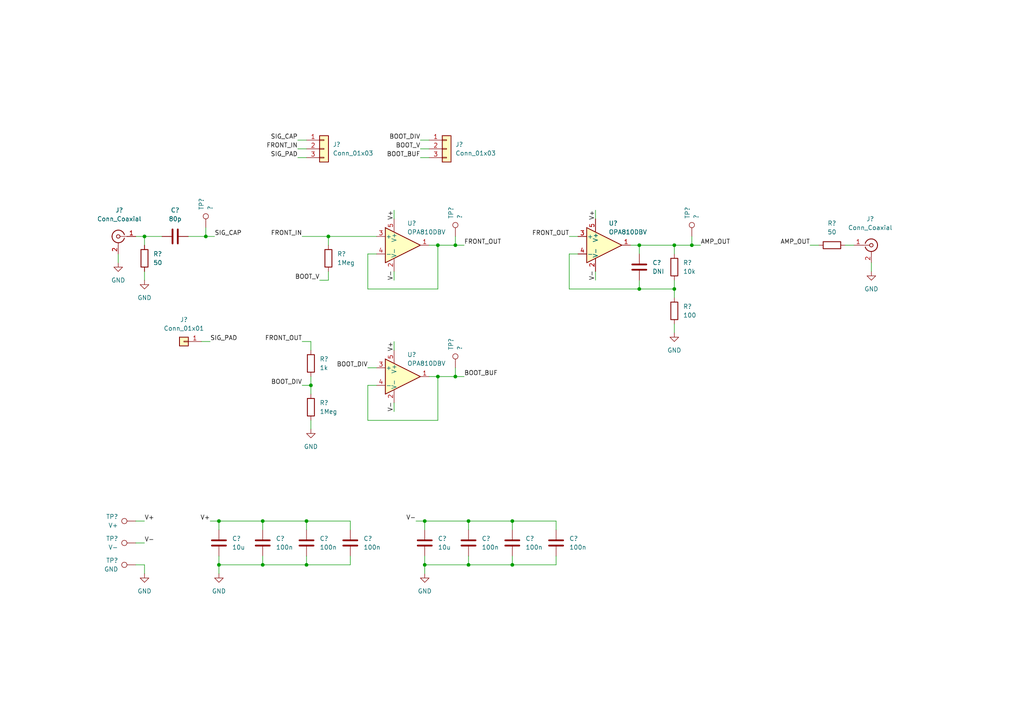
<source format=kicad_sch>
(kicad_sch (version 20211123) (generator eeschema)
  (paper "A4")
  (lib_symbols
    (symbol "Connector:Conn_Coaxial" (pin_names (offset 1.016) hide)
      (property "Reference" "J" (at 0.254 3.048 0))
      (property "Value" "Conn_Coaxial" (at 2.921 0 90))
      (symbol "Conn_Coaxial_0_1"
        (arc (start -1.778 -0.508) (mid 0.222 -1.808) (end 1.778 0) (stroke (width 0.254)))
        (polyline (pts (xy -2.54 0) (xy -0.508 0)))
        (polyline (pts (xy 0 -2.54) (xy 0 -1.778)))
        (circle (center 0 0) (radius 0.508) (stroke (width 0.2032)))
        (arc (start 1.778 0) (mid 0.222 1.8083) (end -1.778 0.508) (stroke (width 0.254)))
      )
      (symbol "Conn_Coaxial_1_1"
        (pin passive line (at -5.08 0 0) (length 2.54) (name "In") (number "1"))
        (pin passive line (at 0 -5.08 90) (length 2.54) (name "Ext") (number "2"))
      )
    )
    (symbol "Connector:TestPoint" (pin_numbers hide) (pin_names (offset 0.762) hide)
      (property "Reference" "TP" (at 0 6.858 0))
      (property "Value" "TestPoint" (at 0 5.08 0))
      (symbol "TestPoint_0_1"
        (circle (center 0 3.302) (radius 0.762))
      )
      (symbol "TestPoint_1_1"
        (pin passive line (at 0 0 90) (length 2.54) (name "1") (number "1"))
      )
    )
    (symbol "Connector_Generic:Conn_01x01" (pin_names (offset 1.016) hide)
      (property "Reference" "J" (at 0 2.54 0))
      (property "Value" "Conn_01x01" (at 0 -2.54 0))
      (symbol "Conn_01x01_1_1"
        (rectangle (start -1.27 0.127) (end 0 -0.127) (stroke (width 0.1524)))
        (rectangle (start -1.27 1.27) (end 1.27 -1.27) (stroke (width 0.254)) (fill (type background)))
        (pin passive line (at -5.08 0 0) (length 3.81) (name "Pin_1") (number "1"))
      )
    )
    (symbol "Connector_Generic:Conn_01x03" (pin_names (offset 1.016) hide)
      (property "Reference" "J" (at 0 5.08 0))
      (property "Value" "Conn_01x03" (at 0 -5.08 0))
      (symbol "Conn_01x03_1_1"
        (rectangle (start -1.27 -2.413) (end 0 -2.667) (stroke (width 0.1524)))
        (rectangle (start -1.27 0.127) (end 0 -0.127) (stroke (width 0.1524)))
        (rectangle (start -1.27 2.667) (end 0 2.413) (stroke (width 0.1524)))
        (rectangle (start -1.27 3.81) (end 1.27 -3.81) (stroke (width 0.254)) (fill (type background)))
        (pin passive line (at -5.08 2.54 0) (length 3.81) (name "Pin_1") (number "1"))
        (pin passive line (at -5.08 0 0) (length 3.81) (name "Pin_2") (number "2"))
        (pin passive line (at -5.08 -2.54 0) (length 3.81) (name "Pin_3") (number "3"))
      )
    )
    (symbol "Device:C" (pin_numbers hide) (pin_names (offset 0.254))
      (property "Reference" "C" (at 0.635 2.54 0))
      (property "Value" "C" (at 0.635 -2.54 0))
      (symbol "C_0_1"
        (polyline (pts (xy -2.032 -0.762) (xy 2.032 -0.762)) (stroke (width 0.508)))
        (polyline (pts (xy -2.032 0.762) (xy 2.032 0.762)) (stroke (width 0.508)))
      )
      (symbol "C_1_1"
        (pin passive line (at 0 3.81 270) (length 2.794) (name "~") (number "1"))
        (pin passive line (at 0 -3.81 90) (length 2.794) (name "~") (number "2"))
      )
    )
    (symbol "Device:R" (pin_numbers hide) (pin_names (offset 0))
      (property "Reference" "R" (at 2.032 0 90))
      (property "Value" "R" (at 0 0 90))
      (symbol "R_0_1"
        (rectangle (start -1.016 -2.54) (end 1.016 2.54) (stroke (width 0.254)))
      )
      (symbol "R_1_1"
        (pin passive line (at 0 3.81 270) (length 1.27) (name "~") (number "1"))
        (pin passive line (at 0 -3.81 90) (length 1.27) (name "~") (number "2"))
      )
    )
    (symbol "local_symbols:OPA810DBV" (pin_names (offset 0.127))
      (property "Reference" "U" (at -1.27 6.35 0))
      (property "Value" "OPA810DBV" (at -1.27 3.81 0))
      (symbol "OPA810DBV_0_1"
        (polyline (pts (xy -5.08 5.08) (xy 5.08 0) (xy -5.08 -5.08) (xy -5.08 5.08)) (stroke (width 0.254)) (fill (type background)))
        (pin power_in line (at -2.54 -7.62 90) (length 3.81) (name "V-") (number "2"))
        (pin power_in line (at -2.54 7.62 270) (length 3.81) (name "V+") (number "5"))
      )
      (symbol "OPA810DBV_1_1"
        (pin output line (at 7.62 0 180) (length 2.54) (name "~") (number "1"))
        (pin input line (at -7.62 2.54 0) (length 2.54) (name "+") (number "3"))
        (pin input line (at -7.62 -2.54 0) (length 2.54) (name "-") (number "4"))
      )
    )
    (symbol "power:GND" (power) (pin_names (offset 0))
      (property "Value" "GND" (at 0 -3.81 0))
      (symbol "GND_0_1"
        (polyline (pts (xy 0 0) (xy 0 -1.27) (xy 1.27 -1.27) (xy 0 -2.54) (xy -1.27 -1.27) (xy 0 -1.27)))
      )
      (symbol "GND_1_1"
        (pin power_in line (at 0 0 270) (length 0) hide (name "GND") (number "1"))
      )
    )
  )
  (junction (at 148.59 151.13))
  (junction (at 123.19 163.83))
  (junction (at 88.9 163.83))
  (junction (at 132.08 71.12))
  (junction (at 135.89 151.13))
  (junction (at 90.17 111.76))
  (junction (at 59.69 68.58))
  (junction (at 123.19 151.13))
  (junction (at 135.89 163.83))
  (junction (at 200.66 71.12))
  (junction (at 41.91 68.58))
  (junction (at 76.2 163.83))
  (junction (at 127 109.22))
  (junction (at 132.08 109.22))
  (junction (at 195.58 71.12))
  (junction (at 95.25 68.58))
  (junction (at 127 71.12))
  (junction (at 185.42 71.12))
  (junction (at 63.5 151.13))
  (junction (at 185.42 83.82))
  (junction (at 148.59 163.83))
  (junction (at 63.5 163.83))
  (junction (at 88.9 151.13))
  (junction (at 195.58 83.82))
  (junction (at 76.2 151.13))
  (wire (pts (xy 88.9 163.83) (xy 101.6 163.83)))
  (wire (pts (xy 88.9 151.13) (xy 101.6 151.13)))
  (wire (pts (xy 106.68 111.76) (xy 106.68 121.92)))
  (wire (pts (xy 165.1 68.58) (xy 167.64 68.58)))
  (wire (pts (xy 148.59 151.13) (xy 161.29 151.13)))
  (wire (pts (xy 132.08 109.22) (xy 134.62 109.22)))
  (wire (pts (xy 245.11 71.12) (xy 247.65 71.12)))
  (wire (pts (xy 165.1 83.82) (xy 185.42 83.82)))
  (wire (pts (xy 109.22 73.66) (xy 106.68 73.66)))
  (wire (pts (xy 127 109.22) (xy 132.08 109.22)))
  (wire (pts (xy 123.19 153.67) (xy 123.19 151.13)))
  (wire (pts (xy 200.66 71.12) (xy 203.2 71.12)))
  (wire (pts (xy 135.89 163.83) (xy 148.59 163.83)))
  (wire (pts (xy 172.72 63.5) (xy 172.72 60.96)))
  (wire (pts (xy 87.63 111.76) (xy 90.17 111.76)))
  (wire (pts (xy 114.3 78.74) (xy 114.3 81.28)))
  (wire (pts (xy 86.36 40.64) (xy 88.9 40.64)))
  (wire (pts (xy 195.58 93.98) (xy 195.58 96.52)))
  (wire (pts (xy 88.9 151.13) (xy 88.9 153.67)))
  (wire (pts (xy 172.72 78.74) (xy 172.72 81.28)))
  (wire (pts (xy 90.17 121.92) (xy 90.17 124.46)))
  (wire (pts (xy 185.42 71.12) (xy 185.42 73.66)))
  (wire (pts (xy 39.37 163.83) (xy 41.91 163.83)))
  (wire (pts (xy 106.68 83.82) (xy 127 83.82)))
  (wire (pts (xy 185.42 81.28) (xy 185.42 83.82)))
  (wire (pts (xy 123.19 163.83) (xy 135.89 163.83)))
  (wire (pts (xy 41.91 163.83) (xy 41.91 166.37)))
  (wire (pts (xy 195.58 83.82) (xy 195.58 86.36)))
  (wire (pts (xy 101.6 163.83) (xy 101.6 161.29)))
  (wire (pts (xy 106.68 73.66) (xy 106.68 83.82)))
  (wire (pts (xy 135.89 161.29) (xy 135.89 163.83)))
  (wire (pts (xy 252.73 76.2) (xy 252.73 78.74)))
  (wire (pts (xy 185.42 71.12) (xy 195.58 71.12)))
  (wire (pts (xy 127 121.92) (xy 127 109.22)))
  (wire (pts (xy 148.59 163.83) (xy 161.29 163.83)))
  (wire (pts (xy 63.5 151.13) (xy 76.2 151.13)))
  (wire (pts (xy 123.19 163.83) (xy 123.19 166.37)))
  (wire (pts (xy 41.91 78.74) (xy 41.91 81.28)))
  (wire (pts (xy 63.5 163.83) (xy 76.2 163.83)))
  (wire (pts (xy 114.3 116.84) (xy 114.3 119.38)))
  (wire (pts (xy 195.58 71.12) (xy 200.66 71.12)))
  (wire (pts (xy 41.91 68.58) (xy 41.91 71.12)))
  (wire (pts (xy 182.88 71.12) (xy 185.42 71.12)))
  (wire (pts (xy 39.37 157.48) (xy 41.91 157.48)))
  (wire (pts (xy 39.37 151.13) (xy 41.91 151.13)))
  (wire (pts (xy 76.2 161.29) (xy 76.2 163.83)))
  (wire (pts (xy 41.91 68.58) (xy 46.99 68.58)))
  (wire (pts (xy 121.92 43.18) (xy 124.46 43.18)))
  (wire (pts (xy 87.63 68.58) (xy 95.25 68.58)))
  (wire (pts (xy 90.17 111.76) (xy 90.17 114.3)))
  (wire (pts (xy 123.19 161.29) (xy 123.19 163.83)))
  (wire (pts (xy 63.5 153.67) (xy 63.5 151.13)))
  (wire (pts (xy 132.08 106.68) (xy 132.08 109.22)))
  (wire (pts (xy 127 83.82) (xy 127 71.12)))
  (wire (pts (xy 63.5 163.83) (xy 63.5 166.37)))
  (wire (pts (xy 54.61 68.58) (xy 59.69 68.58)))
  (wire (pts (xy 106.68 106.68) (xy 109.22 106.68)))
  (wire (pts (xy 34.29 73.66) (xy 34.29 76.2)))
  (wire (pts (xy 90.17 101.6) (xy 90.17 99.06)))
  (wire (pts (xy 87.63 99.06) (xy 90.17 99.06)))
  (wire (pts (xy 195.58 71.12) (xy 195.58 73.66)))
  (wire (pts (xy 95.25 78.74) (xy 95.25 81.28)))
  (wire (pts (xy 76.2 151.13) (xy 88.9 151.13)))
  (wire (pts (xy 59.69 68.58) (xy 62.23 68.58)))
  (wire (pts (xy 95.25 68.58) (xy 95.25 71.12)))
  (wire (pts (xy 161.29 163.83) (xy 161.29 161.29)))
  (wire (pts (xy 234.95 71.12) (xy 237.49 71.12)))
  (wire (pts (xy 109.22 111.76) (xy 106.68 111.76)))
  (wire (pts (xy 76.2 163.83) (xy 88.9 163.83)))
  (wire (pts (xy 76.2 151.13) (xy 76.2 153.67)))
  (wire (pts (xy 59.69 66.04) (xy 59.69 68.58)))
  (wire (pts (xy 120.65 151.13) (xy 123.19 151.13)))
  (wire (pts (xy 127 71.12) (xy 124.46 71.12)))
  (wire (pts (xy 167.64 73.66) (xy 165.1 73.66)))
  (wire (pts (xy 127 109.22) (xy 124.46 109.22)))
  (wire (pts (xy 132.08 71.12) (xy 134.62 71.12)))
  (wire (pts (xy 161.29 151.13) (xy 161.29 153.67)))
  (wire (pts (xy 106.68 121.92) (xy 127 121.92)))
  (wire (pts (xy 121.92 45.72) (xy 124.46 45.72)))
  (wire (pts (xy 121.92 40.64) (xy 124.46 40.64)))
  (wire (pts (xy 88.9 161.29) (xy 88.9 163.83)))
  (wire (pts (xy 195.58 81.28) (xy 195.58 83.82)))
  (wire (pts (xy 148.59 161.29) (xy 148.59 163.83)))
  (wire (pts (xy 90.17 109.22) (xy 90.17 111.76)))
  (wire (pts (xy 60.96 151.13) (xy 63.5 151.13)))
  (wire (pts (xy 185.42 83.82) (xy 195.58 83.82)))
  (wire (pts (xy 123.19 151.13) (xy 135.89 151.13)))
  (wire (pts (xy 132.08 68.58) (xy 132.08 71.12)))
  (wire (pts (xy 86.36 43.18) (xy 88.9 43.18)))
  (wire (pts (xy 95.25 68.58) (xy 109.22 68.58)))
  (wire (pts (xy 135.89 151.13) (xy 135.89 153.67)))
  (wire (pts (xy 135.89 151.13) (xy 148.59 151.13)))
  (wire (pts (xy 86.36 45.72) (xy 88.9 45.72)))
  (wire (pts (xy 58.42 99.06) (xy 60.96 99.06)))
  (wire (pts (xy 92.71 81.28) (xy 95.25 81.28)))
  (wire (pts (xy 114.3 99.06) (xy 114.3 101.6)))
  (wire (pts (xy 165.1 73.66) (xy 165.1 83.82)))
  (wire (pts (xy 63.5 161.29) (xy 63.5 163.83)))
  (wire (pts (xy 127 71.12) (xy 132.08 71.12)))
  (wire (pts (xy 39.37 68.58) (xy 41.91 68.58)))
  (wire (pts (xy 148.59 151.13) (xy 148.59 153.67)))
  (wire (pts (xy 200.66 68.58) (xy 200.66 71.12)))
  (wire (pts (xy 101.6 151.13) (xy 101.6 153.67)))
  (wire (pts (xy 114.3 63.5) (xy 114.3 60.96)))
  (label "SIG_CAP" (at 62.23 68.58 0))
  (label "BOOT_DIV" (at 121.92 40.64 180))
  (label "V-" (at 120.65 151.13 180))
  (label "V+" (at 41.91 151.13 0))
  (label "FRONT_OUT" (at 87.63 99.06 180))
  (label "BOOT_V" (at 121.92 43.18 180))
  (label "V+" (at 114.3 60.96 270))
  (label "V+" (at 60.96 151.13 180))
  (label "V-" (at 114.3 119.38 90))
  (label "SIG_PAD" (at 86.36 45.72 180))
  (label "V-" (at 114.3 81.28 90))
  (label "BOOT_DIV" (at 87.63 111.76 180))
  (label "FRONT_IN" (at 86.36 43.18 180))
  (label "BOOT_DIV" (at 106.68 106.68 180))
  (label "BOOT_BUF" (at 134.62 109.22 0))
  (label "V-" (at 41.91 157.48 0))
  (label "AMP_OUT" (at 234.95 71.12 180))
  (label "FRONT_IN" (at 87.63 68.58 180))
  (label "SIG_CAP" (at 86.36 40.64 180))
  (label "V-" (at 172.72 81.28 90))
  (label "V+" (at 114.3 99.06 270))
  (label "FRONT_OUT" (at 165.1 68.58 180))
  (label "BOOT_BUF" (at 121.92 45.72 180))
  (label "V+" (at 172.72 60.96 270))
  (label "SIG_PAD" (at 60.96 99.06 0))
  (label "BOOT_V" (at 92.71 81.28 180))
  (label "AMP_OUT" (at 203.2 71.12 0))
  (label "FRONT_OUT" (at 134.62 71.12 0))
  (symbol (lib_id "Device:R") (at 41.91 74.93 0) (unit 1)
    (property "Reference" "R?" (at 44.45 73.6599 0) (effects (justify left)))
    (property "Value" "50" (at 44.45 76.1999 0) (effects (justify left)))
  )
  (symbol (lib_id "Connector:TestPoint") (at 132.08 68.58 0) (unit 1)
    (property "Reference" "TP?" (at 130.81 63.5 90) (effects (justify left)))
    (property "Value" "?" (at 133.35 63.5 90) (effects (justify left)))
  )
  (symbol (lib_id "power:GND") (at 34.29 76.2 0) (unit 1)
    (property "Reference" "#PWR?" (effects hide))
    (property "Value" "GND" (at 34.29 81.28 0))
  )
  (symbol (lib_id "Device:R") (at 95.25 74.93 0) (unit 1)
    (property "Reference" "R?" (at 97.79 73.6599 0) (effects (justify left)))
    (property "Value" "1Meg" (at 97.79 76.1999 0) (effects (justify left)))
  )
  (symbol (lib_id "Connector:TestPoint") (at 59.69 66.04 0) (unit 1)
    (property "Reference" "TP?" (at 58.42 60.96 90) (effects (justify left)))
    (property "Value" "?" (at 60.96 60.96 90) (effects (justify left)))
  )
  (symbol (lib_id "Connector:TestPoint") (at 132.08 106.68 0) (unit 1)
    (property "Reference" "TP?" (at 130.81 101.6 90) (effects (justify left)))
    (property "Value" "?" (at 133.35 101.6 90) (effects (justify left)))
  )
  (symbol (lib_id "Device:C") (at 63.5 157.48 0) (unit 1)
    (property "Reference" "C?" (at 67.31 156.2099 0) (effects (justify left)))
    (property "Value" "10u" (at 67.31 158.7499 0) (effects (justify left)))
  )
  (symbol (lib_id "Connector_Generic:Conn_01x01") (at 53.34 99.06 180) (unit 1)
    (property "Reference" "J?" (at 53.34 92.71 0))
    (property "Value" "Conn_01x01" (at 53.34 95.25 0))
  )
  (symbol (lib_id "Device:C") (at 101.6 157.48 0) (unit 1)
    (property "Reference" "C?" (at 105.41 156.2099 0) (effects (justify left)))
    (property "Value" "100n" (at 105.41 158.7499 0) (effects (justify left)))
  )
  (symbol (lib_id "Connector:TestPoint") (at 200.66 68.58 0) (unit 1)
    (property "Reference" "TP?" (at 199.39 63.5 90) (effects (justify left)))
    (property "Value" "?" (at 201.93 63.5 90) (effects (justify left)))
  )
  (symbol (lib_id "Device:R") (at 195.58 90.17 0) (unit 1)
    (property "Reference" "R?" (at 198.12 88.8999 0) (effects (justify left)))
    (property "Value" "100" (at 198.12 91.4399 0) (effects (justify left)))
  )
  (symbol (lib_id "power:GND") (at 63.5 166.37 0) (unit 1)
    (property "Reference" "#PWR?" (effects hide))
    (property "Value" "GND" (at 63.5 171.45 0))
  )
  (symbol (lib_id "Connector:TestPoint") (at 39.37 157.48 90) (mirror x) (unit 1)
    (property "Reference" "TP?" (at 34.29 156.21 90) (effects (justify left)))
    (property "Value" "V-" (at 34.29 158.75 90) (effects (justify left)))
  )
  (symbol (lib_id "Connector:TestPoint") (at 39.37 151.13 90) (mirror x) (unit 1)
    (property "Reference" "TP?" (at 34.29 149.86 90) (effects (justify left)))
    (property "Value" "V+" (at 34.29 152.4 90) (effects (justify left)))
  )
  (symbol (lib_id "power:GND") (at 90.17 124.46 0) (unit 1)
    (property "Reference" "#PWR?" (effects hide))
    (property "Value" "GND" (at 90.17 129.54 0))
  )
  (symbol (lib_id "Connector:Conn_Coaxial") (at 34.29 68.58 0) (mirror y) (unit 1)
    (property "Reference" "J?" (at 34.6074 60.96 0))
    (property "Value" "Conn_Coaxial" (at 34.6074 63.5 0))
    (property "Datasheet" " ~" (effects hide))
  )
  (symbol (lib_id "local_symbols:OPA810DBV") (at 116.84 109.22 0) (unit 1)
    (property "Reference" "U?" (at 118.11 102.87 0) (effects (justify left)))
    (property "Value" "OPA810DBV" (at 118.11 105.41 0) (effects (justify left)))
    (property "Footprint" "Package_TO_SOT_SMD:SOT-23-5" (effects hide))
    (property "Datasheet" "https://www.ti.com/lit/ds/symlink/opa810.pdf" (effects hide))
  )
  (symbol (lib_id "Device:C") (at 148.59 157.48 0) (unit 1)
    (property "Reference" "C?" (at 152.4 156.2099 0) (effects (justify left)))
    (property "Value" "100n" (at 152.4 158.7499 0) (effects (justify left)))
  )
  (symbol (lib_id "Device:R") (at 90.17 105.41 0) (unit 1)
    (property "Reference" "R?" (at 92.71 104.1399 0) (effects (justify left)))
    (property "Value" "1k" (at 92.71 106.6799 0) (effects (justify left)))
  )
  (symbol (lib_id "Connector:TestPoint") (at 39.37 163.83 90) (mirror x) (unit 1)
    (property "Reference" "TP?" (at 34.29 162.56 90) (effects (justify left)))
    (property "Value" "GND" (at 34.29 165.1 90) (effects (justify left)))
  )
  (symbol (lib_id "Connector:Conn_Coaxial") (at 252.73 71.12 0) (unit 1)
    (property "Reference" "J?" (at 252.4126 63.5 0))
    (property "Value" "Conn_Coaxial" (at 252.4126 66.04 0))
    (property "Datasheet" " ~" (effects hide))
  )
  (symbol (lib_id "Connector_Generic:Conn_01x03") (at 93.98 43.18 0) (unit 1)
    (property "Reference" "J?" (at 96.52 41.9099 0) (effects (justify left)))
    (property "Value" "Conn_01x03" (at 96.52 44.4499 0) (effects (justify left)))
  )
  (symbol (lib_id "power:GND") (at 41.91 81.28 0) (unit 1)
    (property "Reference" "#PWR?" (effects hide))
    (property "Value" "GND" (at 41.91 86.36 0))
  )
  (symbol (lib_id "power:GND") (at 252.73 78.74 0) (mirror y) (unit 1)
    (property "Reference" "#PWR?" (effects hide))
    (property "Value" "GND" (at 252.73 83.82 0))
  )
  (symbol (lib_id "Device:R") (at 90.17 118.11 0) (unit 1)
    (property "Reference" "R?" (at 92.71 116.8399 0) (effects (justify left)))
    (property "Value" "1Meg" (at 92.71 119.3799 0) (effects (justify left)))
  )
  (symbol (lib_id "power:GND") (at 41.91 166.37 0) (unit 1)
    (property "Reference" "#PWR?" (effects hide))
    (property "Value" "GND" (at 41.91 171.45 0))
  )
  (symbol (lib_id "Device:C") (at 50.8 68.58 270) (unit 1)
    (property "Reference" "C?" (at 50.8 60.96 90))
    (property "Value" "80p" (at 50.8 63.5 90))
  )
  (symbol (lib_id "Device:C") (at 161.29 157.48 0) (unit 1)
    (property "Reference" "C?" (at 165.1 156.2099 0) (effects (justify left)))
    (property "Value" "100n" (at 165.1 158.7499 0) (effects (justify left)))
  )
  (symbol (lib_id "Device:C") (at 88.9 157.48 0) (unit 1)
    (property "Reference" "C?" (at 92.71 156.2099 0) (effects (justify left)))
    (property "Value" "100n" (at 92.71 158.7499 0) (effects (justify left)))
  )
  (symbol (lib_id "Connector_Generic:Conn_01x03") (at 129.54 43.18 0) (unit 1)
    (property "Reference" "J?" (at 132.08 41.9099 0) (effects (justify left)))
    (property "Value" "Conn_01x03" (at 132.08 44.4499 0) (effects (justify left)))
  )
  (symbol (lib_id "power:GND") (at 195.58 96.52 0) (unit 1)
    (property "Reference" "#PWR?" (effects hide))
    (property "Value" "GND" (at 195.58 101.6 0))
  )
  (symbol (lib_id "Device:C") (at 76.2 157.48 0) (unit 1)
    (property "Reference" "C?" (at 80.01 156.2099 0) (effects (justify left)))
    (property "Value" "100n" (at 80.01 158.7499 0) (effects (justify left)))
  )
  (symbol (lib_id "Device:R") (at 195.58 77.47 0) (unit 1)
    (property "Reference" "R?" (at 198.12 76.1999 0) (effects (justify left)))
    (property "Value" "10k" (at 198.12 78.7399 0) (effects (justify left)))
  )
  (symbol (lib_id "Device:C") (at 185.42 77.47 0) (unit 1)
    (property "Reference" "C?" (at 189.23 76.1999 0) (effects (justify left)))
    (property "Value" "DNI" (at 189.23 78.7399 0) (effects (justify left)))
  )
  (symbol (lib_id "Device:C") (at 123.19 157.48 0) (unit 1)
    (property "Reference" "C?" (at 127 156.2099 0) (effects (justify left)))
    (property "Value" "10u" (at 127 158.7499 0) (effects (justify left)))
  )
  (symbol (lib_id "power:GND") (at 123.19 166.37 0) (unit 1)
    (property "Reference" "#PWR?" (effects hide))
    (property "Value" "GND" (at 123.19 171.45 0))
  )
  (symbol (lib_id "local_symbols:OPA810DBV") (at 116.84 71.12 0) (unit 1)
    (property "Reference" "U?" (at 118.11 64.77 0) (effects (justify left)))
    (property "Value" "OPA810DBV" (at 118.11 67.31 0) (effects (justify left)))
    (property "Footprint" "Package_TO_SOT_SMD:SOT-23-5" (effects hide))
    (property "Datasheet" "https://www.ti.com/lit/ds/symlink/opa810.pdf" (effects hide))
  )
  (symbol (lib_id "local_symbols:OPA810DBV") (at 175.26 71.12 0) (unit 1)
    (property "Reference" "U?" (at 176.53 64.77 0) (effects (justify left)))
    (property "Value" "OPA810DBV" (at 176.53 67.31 0) (effects (justify left)))
    (property "Footprint" "Package_TO_SOT_SMD:SOT-23-5" (effects hide))
    (property "Datasheet" "https://www.ti.com/lit/ds/symlink/opa810.pdf" (effects hide))
  )
  (symbol (lib_id "Device:C") (at 135.89 157.48 0) (unit 1)
    (property "Reference" "C?" (at 139.7 156.2099 0) (effects (justify left)))
    (property "Value" "100n" (at 139.7 158.7499 0) (effects (justify left)))
  )
  (symbol (lib_id "Device:R") (at 241.3 71.12 90) (unit 1)
    (property "Reference" "R?" (at 241.3 64.77 90))
    (property "Value" "50" (at 241.3 67.31 90))
  )
)
</source>
